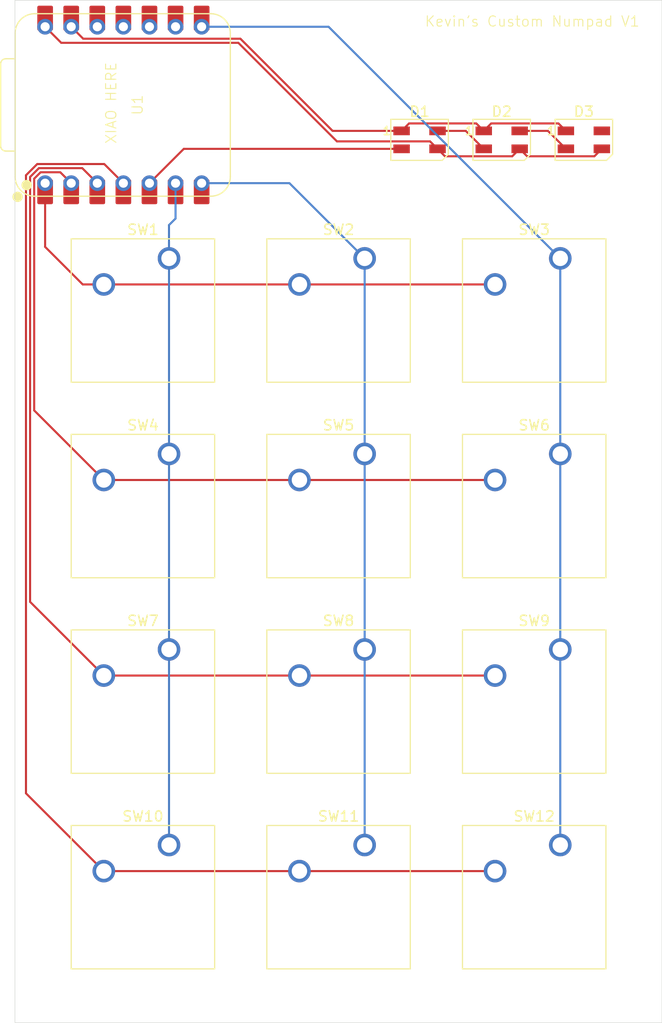
<source format=kicad_pcb>
(kicad_pcb (version 20241229) (generator "pcbnew") (generator_version "9.0")
  (layers (0 "F.Cu" signal) (2 "B.Cu" signal) (13 "F.Paste" user) (15 "B.Paste" user) (5 "F.SilkS" user "F.Silkscreen") (7 "B.SilkS" user "B.Silkscreen") (1 "F.Mask" user) (3 "B.Mask" user) (25 "Edge.Cuts" user))
  (net 0 "")
  (net 1 "Net-(D1-DOUT)")
  (net 2 "GND")
  (net 3 "Net-(D1-DIN)")
  (net 4 "+5V")
  (net 5 "Net-(D2-DOUT)")
  (net 7 "Net-(U1-GPIO26{slash}ADC0{slash}A0)")
  (net 8 "Net-(U1-GPIO7{slash}SCL)")
  (net 9 "Net-(U1-GPIO0{slash}TX)")
  (net 10 "Net-(U1-GPIO1{slash}RX)")
  (net 11 "Net-(U1-GPIO27{slash}ADC1{slash}A1)")
  (net 12 "Net-(U1-GPIO28{slash}ADC2{slash}A2)")
  (net 13 "Net-(U1-GPIO29{slash}ADC3{slash}A3)")
  (footprint "Button_Switch_Keyboard:SW_Cherry_MX_1.00u_PCB" (layer "F.Cu") (at 139.25 92.06)
    (property "Reference" "SW5" (at -2.54 -2.794 0) (layer "F.SilkS"))
    (property "Value" "SW_Push")
    (fp_line (start -9.525 -1.905) (end 4.445 -1.905) (stroke (width 0.12)) (layer "F.SilkS"))
    (fp_line (start -9.525 12.065) (end -9.525 -1.905) (stroke (width 0.12)) (layer "F.SilkS"))
    (fp_line (start 4.445 -1.905) (end 4.445 12.065) (stroke (width 0.12)) (layer "F.SilkS"))
    (fp_line (start 4.445 12.065) (end -9.525 12.065) (stroke (width 0.12)) (layer "F.SilkS"))
    (pad "" np_thru_hole circle (at -7.62 5.08) (size 1.7 1.7) (drill 1.7) (layers "*.Cu" "*.Mask"))
    (pad "" np_thru_hole circle (at -2.54 5.08) (size 4 4) (drill 4) (layers "*.Cu" "*.Mask"))
    (pad "" np_thru_hole circle (at 2.54 5.08) (size 1.7 1.7) (drill 1.7) (layers "*.Cu" "*.Mask"))
    (pad "1" thru_hole circle (at 0 0) (size 2.2 2.2) (drill 1.5) (layers "*.Cu" "*.Mask") (net 9 "Net-(U1-GPIO0{slash}TX)"))
    (pad "2" thru_hole circle (at -6.35 2.54) (size 2.2 2.2) (drill 1.5) (layers "*.Cu" "*.Mask") (net 11 "Net-(U1-GPIO27{slash}ADC1{slash}A1)"))
  )
  (footprint "Button_Switch_Keyboard:SW_Cherry_MX_1.00u_PCB" (layer "F.Cu") (at 139.25 73.01)
    (property "Reference" "SW2" (at -2.54 -2.794 0) (layer "F.SilkS"))
    (property "Value" "SW_Push")
    (fp_line (start -9.525 -1.905) (end 4.445 -1.905) (stroke (width 0.12)) (layer "F.SilkS"))
    (fp_line (start -9.525 12.065) (end -9.525 -1.905) (stroke (width 0.12)) (layer "F.SilkS"))
    (fp_line (start 4.445 -1.905) (end 4.445 12.065) (stroke (width 0.12)) (layer "F.SilkS"))
    (fp_line (start 4.445 12.065) (end -9.525 12.065) (stroke (width 0.12)) (layer "F.SilkS"))
    (pad "" np_thru_hole circle (at -7.62 5.08) (size 1.7 1.7) (drill 1.7) (layers "*.Cu" "*.Mask"))
    (pad "" np_thru_hole circle (at -2.54 5.08) (size 4 4) (drill 4) (layers "*.Cu" "*.Mask"))
    (pad "" np_thru_hole circle (at 2.54 5.08) (size 1.7 1.7) (drill 1.7) (layers "*.Cu" "*.Mask"))
    (pad "1" thru_hole circle (at 0 0) (size 2.2 2.2) (drill 1.5) (layers "*.Cu" "*.Mask") (net 9 "Net-(U1-GPIO0{slash}TX)"))
    (pad "2" thru_hole circle (at -6.35 2.54) (size 2.2 2.2) (drill 1.5) (layers "*.Cu" "*.Mask") (net 7 "Net-(U1-GPIO26{slash}ADC0{slash}A0)"))
  )
  (footprint "Button_Switch_Keyboard:SW_Cherry_MX_1.00u_PCB" (layer "F.Cu") (at 158.3 111.11)
    (property "Reference" "SW9" (at -2.54 -2.794 0) (layer "F.SilkS"))
    (property "Value" "SW_Push")
    (fp_line (start -9.525 -1.905) (end 4.445 -1.905) (stroke (width 0.12)) (layer "F.SilkS"))
    (fp_line (start -9.525 12.065) (end -9.525 -1.905) (stroke (width 0.12)) (layer "F.SilkS"))
    (fp_line (start 4.445 -1.905) (end 4.445 12.065) (stroke (width 0.12)) (layer "F.SilkS"))
    (fp_line (start 4.445 12.065) (end -9.525 12.065) (stroke (width 0.12)) (layer "F.SilkS"))
    (pad "" np_thru_hole circle (at -7.62 5.08) (size 1.7 1.7) (drill 1.7) (layers "*.Cu" "*.Mask"))
    (pad "" np_thru_hole circle (at -2.54 5.08) (size 4 4) (drill 4) (layers "*.Cu" "*.Mask"))
    (pad "" np_thru_hole circle (at 2.54 5.08) (size 1.7 1.7) (drill 1.7) (layers "*.Cu" "*.Mask"))
    (pad "1" thru_hole circle (at 0 0) (size 2.2 2.2) (drill 1.5) (layers "*.Cu" "*.Mask") (net 10 "Net-(U1-GPIO1{slash}RX)"))
    (pad "2" thru_hole circle (at -6.35 2.54) (size 2.2 2.2) (drill 1.5) (layers "*.Cu" "*.Mask") (net 12 "Net-(U1-GPIO28{slash}ADC2{slash}A2)"))
  )
  (footprint "Button_Switch_Keyboard:SW_Cherry_MX_1.00u_PCB" (layer "F.Cu") (at 158.3 92.06)
    (property "Reference" "SW6" (at -2.54 -2.794 0) (layer "F.SilkS"))
    (property "Value" "SW_Push")
    (fp_line (start -9.525 -1.905) (end 4.445 -1.905) (stroke (width 0.12)) (layer "F.SilkS"))
    (fp_line (start -9.525 12.065) (end -9.525 -1.905) (stroke (width 0.12)) (layer "F.SilkS"))
    (fp_line (start 4.445 -1.905) (end 4.445 12.065) (stroke (width 0.12)) (layer "F.SilkS"))
    (fp_line (start 4.445 12.065) (end -9.525 12.065) (stroke (width 0.12)) (layer "F.SilkS"))
    (pad "" np_thru_hole circle (at -7.62 5.08) (size 1.7 1.7) (drill 1.7) (layers "*.Cu" "*.Mask"))
    (pad "" np_thru_hole circle (at -2.54 5.08) (size 4 4) (drill 4) (layers "*.Cu" "*.Mask"))
    (pad "" np_thru_hole circle (at 2.54 5.08) (size 1.7 1.7) (drill 1.7) (layers "*.Cu" "*.Mask"))
    (pad "1" thru_hole circle (at 0 0) (size 2.2 2.2) (drill 1.5) (layers "*.Cu" "*.Mask") (net 10 "Net-(U1-GPIO1{slash}RX)"))
    (pad "2" thru_hole circle (at -6.35 2.54) (size 2.2 2.2) (drill 1.5) (layers "*.Cu" "*.Mask") (net 11 "Net-(U1-GPIO27{slash}ADC1{slash}A1)"))
  )
  (footprint "LED_SMD:LED_SK6812MINI_PLCC4_3.5x3.5mm_P1.75mm" (layer "F.Cu") (at 160.5975 61.465)
    (property "Reference" "D3" (at 0 -2.75 0) (layer "F.SilkS"))
    (property "Value" "SK6812")
    (fp_line (start -2.8 -2) (end -2.8 2) (stroke (width 0.12)) (layer "F.SilkS"))
    (fp_line (start -2.8 -2) (end 2.8 -2) (stroke (width 0.12)) (layer "F.SilkS"))
    (fp_line (start -2.8 2) (end 2.2 2) (stroke (width 0.12)) (layer "F.SilkS"))
    (fp_line (start 2.8 1.4) (end 2.2 2) (stroke (width 0.12)) (layer "F.SilkS"))
    (fp_line (start 2.8 1.4) (end 2.8 -2) (stroke (width 0.12)) (layer "F.SilkS"))
    (fp_text user "1" (at -3.2 -0.875 0) (layer "F.SilkS") (effects (font (size 0.8 0.8))))
    (pad "1" smd rect (at -1.75 -0.875) (size 1.6 0.85) (layers "F.Cu" "F.Mask" "F.Paste") (net 2 "GND"))
    (pad "2" smd rect (at -1.75 0.875) (size 1.6 0.85) (layers "F.Cu" "F.Mask" "F.Paste") (net 5 "Net-(D2-DOUT)"))
    (pad "3" smd rect (at 1.75 0.875) (size 1.6 0.85) (layers "F.Cu" "F.Mask" "F.Paste") (net 4 "+5V"))
    (pad "4" smd rect (at 1.75 -0.875) (size 1.6 0.85) (layers "F.Cu" "F.Mask" "F.Paste"))
  )
  (footprint "Button_Switch_Keyboard:SW_Cherry_MX_1.00u_PCB" (layer "F.Cu") (at 120.2 130.16)
    (property "Reference" "SW10" (at -2.54 -2.794 0) (layer "F.SilkS"))
    (property "Value" "SW_Push")
    (fp_line (start -9.525 -1.905) (end 4.445 -1.905) (stroke (width 0.12)) (layer "F.SilkS"))
    (fp_line (start -9.525 12.065) (end -9.525 -1.905) (stroke (width 0.12)) (layer "F.SilkS"))
    (fp_line (start 4.445 -1.905) (end 4.445 12.065) (stroke (width 0.12)) (layer "F.SilkS"))
    (fp_line (start 4.445 12.065) (end -9.525 12.065) (stroke (width 0.12)) (layer "F.SilkS"))
    (pad "" np_thru_hole circle (at -7.62 5.08) (size 1.7 1.7) (drill 1.7) (layers "*.Cu" "*.Mask"))
    (pad "" np_thru_hole circle (at -2.54 5.08) (size 4 4) (drill 4) (layers "*.Cu" "*.Mask"))
    (pad "" np_thru_hole circle (at 2.54 5.08) (size 1.7 1.7) (drill 1.7) (layers "*.Cu" "*.Mask"))
    (pad "1" thru_hole circle (at 0 0) (size 2.2 2.2) (drill 1.5) (layers "*.Cu" "*.Mask") (net 8 "Net-(U1-GPIO7{slash}SCL)"))
    (pad "2" thru_hole circle (at -6.35 2.54) (size 2.2 2.2) (drill 1.5) (layers "*.Cu" "*.Mask") (net 13 "Net-(U1-GPIO29{slash}ADC3{slash}A3)"))
  )
  (footprint "Button_Switch_Keyboard:SW_Cherry_MX_1.00u_PCB" (layer "F.Cu") (at 120.2 73.01)
    (property "Reference" "SW1" (at -2.54 -2.794 0) (layer "F.SilkS"))
    (property "Value" "SW_Push")
    (fp_line (start -9.525 -1.905) (end 4.445 -1.905) (stroke (width 0.12)) (layer "F.SilkS"))
    (fp_line (start -9.525 12.065) (end -9.525 -1.905) (stroke (width 0.12)) (layer "F.SilkS"))
    (fp_line (start 4.445 -1.905) (end 4.445 12.065) (stroke (width 0.12)) (layer "F.SilkS"))
    (fp_line (start 4.445 12.065) (end -9.525 12.065) (stroke (width 0.12)) (layer "F.SilkS"))
    (pad "" np_thru_hole circle (at -7.62 5.08) (size 1.7 1.7) (drill 1.7) (layers "*.Cu" "*.Mask"))
    (pad "" np_thru_hole circle (at -2.54 5.08) (size 4 4) (drill 4) (layers "*.Cu" "*.Mask"))
    (pad "" np_thru_hole circle (at 2.54 5.08) (size 1.7 1.7) (drill 1.7) (layers "*.Cu" "*.Mask"))
    (pad "1" thru_hole circle (at 0 0) (size 2.2 2.2) (drill 1.5) (layers "*.Cu" "*.Mask") (net 8 "Net-(U1-GPIO7{slash}SCL)"))
    (pad "2" thru_hole circle (at -6.35 2.54) (size 2.2 2.2) (drill 1.5) (layers "*.Cu" "*.Mask") (net 7 "Net-(U1-GPIO26{slash}ADC0{slash}A0)"))
  )
  (footprint "Button_Switch_Keyboard:SW_Cherry_MX_1.00u_PCB" (layer "F.Cu") (at 158.3 73.01)
    (property "Reference" "SW3" (at -2.54 -2.794 0) (layer "F.SilkS"))
    (property "Value" "SW_Push")
    (fp_line (start -9.525 -1.905) (end 4.445 -1.905) (stroke (width 0.12)) (layer "F.SilkS"))
    (fp_line (start -9.525 12.065) (end -9.525 -1.905) (stroke (width 0.12)) (layer "F.SilkS"))
    (fp_line (start 4.445 -1.905) (end 4.445 12.065) (stroke (width 0.12)) (layer "F.SilkS"))
    (fp_line (start 4.445 12.065) (end -9.525 12.065) (stroke (width 0.12)) (layer "F.SilkS"))
    (pad "" np_thru_hole circle (at -7.62 5.08) (size 1.7 1.7) (drill 1.7) (layers "*.Cu" "*.Mask"))
    (pad "" np_thru_hole circle (at -2.54 5.08) (size 4 4) (drill 4) (layers "*.Cu" "*.Mask"))
    (pad "" np_thru_hole circle (at 2.54 5.08) (size 1.7 1.7) (drill 1.7) (layers "*.Cu" "*.Mask"))
    (pad "1" thru_hole circle (at 0 0) (size 2.2 2.2) (drill 1.5) (layers "*.Cu" "*.Mask") (net 10 "Net-(U1-GPIO1{slash}RX)"))
    (pad "2" thru_hole circle (at -6.35 2.54) (size 2.2 2.2) (drill 1.5) (layers "*.Cu" "*.Mask") (net 7 "Net-(U1-GPIO26{slash}ADC0{slash}A0)"))
  )
  (footprint "Button_Switch_Keyboard:SW_Cherry_MX_1.00u_PCB" (layer "F.Cu") (at 120.2 92.06)
    (property "Reference" "SW4" (at -2.54 -2.794 0) (layer "F.SilkS"))
    (property "Value" "SW_Push")
    (fp_line (start -9.525 -1.905) (end 4.445 -1.905) (stroke (width 0.12)) (layer "F.SilkS"))
    (fp_line (start -9.525 12.065) (end -9.525 -1.905) (stroke (width 0.12)) (layer "F.SilkS"))
    (fp_line (start 4.445 -1.905) (end 4.445 12.065) (stroke (width 0.12)) (layer "F.SilkS"))
    (fp_line (start 4.445 12.065) (end -9.525 12.065) (stroke (width 0.12)) (layer "F.SilkS"))
    (pad "" np_thru_hole circle (at -7.62 5.08) (size 1.7 1.7) (drill 1.7) (layers "*.Cu" "*.Mask"))
    (pad "" np_thru_hole circle (at -2.54 5.08) (size 4 4) (drill 4) (layers "*.Cu" "*.Mask"))
    (pad "" np_thru_hole circle (at 2.54 5.08) (size 1.7 1.7) (drill 1.7) (layers "*.Cu" "*.Mask"))
    (pad "1" thru_hole circle (at 0 0) (size 2.2 2.2) (drill 1.5) (layers "*.Cu" "*.Mask") (net 8 "Net-(U1-GPIO7{slash}SCL)"))
    (pad "2" thru_hole circle (at -6.35 2.54) (size 2.2 2.2) (drill 1.5) (layers "*.Cu" "*.Mask") (net 11 "Net-(U1-GPIO27{slash}ADC1{slash}A1)"))
  )
  (footprint "LED_SMD:LED_SK6812MINI_PLCC4_3.5x3.5mm_P1.75mm" (layer "F.Cu") (at 152.5975 61.465)
    (property "Reference" "D2" (at 0 -2.75 0) (layer "F.SilkS"))
    (property "Value" "SK6812")
    (fp_line (start -2.8 -2) (end -2.8 2) (stroke (width 0.12)) (layer "F.SilkS"))
    (fp_line (start -2.8 -2) (end 2.8 -2) (stroke (width 0.12)) (layer "F.SilkS"))
    (fp_line (start -2.8 2) (end 2.2 2) (stroke (width 0.12)) (layer "F.SilkS"))
    (fp_line (start 2.8 1.4) (end 2.2 2) (stroke (width 0.12)) (layer "F.SilkS"))
    (fp_line (start 2.8 1.4) (end 2.8 -2) (stroke (width 0.12)) (layer "F.SilkS"))
    (fp_text user "1" (at -3.2 -0.875 0) (layer "F.SilkS") (effects (font (size 0.8 0.8))))
    (pad "1" smd rect (at -1.75 -0.875) (size 1.6 0.85) (layers "F.Cu" "F.Mask" "F.Paste") (net 2 "GND"))
    (pad "2" smd rect (at -1.75 0.875) (size 1.6 0.85) (layers "F.Cu" "F.Mask" "F.Paste") (net 1 "Net-(D1-DOUT)"))
    (pad "3" smd rect (at 1.75 0.875) (size 1.6 0.85) (layers "F.Cu" "F.Mask" "F.Paste") (net 4 "+5V"))
    (pad "4" smd rect (at 1.75 -0.875) (size 1.6 0.85) (layers "F.Cu" "F.Mask" "F.Paste") (net 5 "Net-(D2-DOUT)"))
  )
  (footprint "Button_Switch_Keyboard:SW_Cherry_MX_1.00u_PCB" (layer "F.Cu") (at 158.3 130.16)
    (property "Reference" "SW12" (at -2.54 -2.794 0) (layer "F.SilkS"))
    (property "Value" "SW_Push")
    (fp_line (start -9.525 -1.905) (end 4.445 -1.905) (stroke (width 0.12)) (layer "F.SilkS"))
    (fp_line (start -9.525 12.065) (end -9.525 -1.905) (stroke (width 0.12)) (layer "F.SilkS"))
    (fp_line (start 4.445 -1.905) (end 4.445 12.065) (stroke (width 0.12)) (layer "F.SilkS"))
    (fp_line (start 4.445 12.065) (end -9.525 12.065) (stroke (width 0.12)) (layer "F.SilkS"))
    (pad "" np_thru_hole circle (at -7.62 5.08) (size 1.7 1.7) (drill 1.7) (layers "*.Cu" "*.Mask"))
    (pad "" np_thru_hole circle (at -2.54 5.08) (size 4 4) (drill 4) (layers "*.Cu" "*.Mask"))
    (pad "" np_thru_hole circle (at 2.54 5.08) (size 1.7 1.7) (drill 1.7) (layers "*.Cu" "*.Mask"))
    (pad "1" thru_hole circle (at 0 0) (size 2.2 2.2) (drill 1.5) (layers "*.Cu" "*.Mask") (net 10 "Net-(U1-GPIO1{slash}RX)"))
    (pad "2" thru_hole circle (at -6.35 2.54) (size 2.2 2.2) (drill 1.5) (layers "*.Cu" "*.Mask") (net 13 "Net-(U1-GPIO29{slash}ADC3{slash}A3)"))
  )
  (footprint "LED_SMD:LED_SK6812MINI_PLCC4_3.5x3.5mm_P1.75mm" (layer "F.Cu") (at 144.5975 61.465)
    (property "Reference" "D1" (at 0 -2.75 0) (layer "F.SilkS"))
    (property "Value" "SK6812")
    (fp_line (start -2.8 -2) (end -2.8 2) (stroke (width 0.12)) (layer "F.SilkS"))
    (fp_line (start -2.8 -2) (end 2.8 -2) (stroke (width 0.12)) (layer "F.SilkS"))
    (fp_line (start -2.8 2) (end 2.2 2) (stroke (width 0.12)) (layer "F.SilkS"))
    (fp_line (start 2.8 1.4) (end 2.2 2) (stroke (width 0.12)) (layer "F.SilkS"))
    (fp_line (start 2.8 1.4) (end 2.8 -2) (stroke (width 0.12)) (layer "F.SilkS"))
    (fp_text user "1" (at -3.2 -0.875 0) (layer "F.SilkS") (effects (font (size 0.8 0.8))))
    (pad "1" smd rect (at -1.75 -0.875) (size 1.6 0.85) (layers "F.Cu" "F.Mask" "F.Paste") (net 2 "GND"))
    (pad "2" smd rect (at -1.75 0.875) (size 1.6 0.85) (layers "F.Cu" "F.Mask" "F.Paste") (net 3 "Net-(D1-DIN)"))
    (pad "3" smd rect (at 1.75 0.875) (size 1.6 0.85) (layers "F.Cu" "F.Mask" "F.Paste") (net 4 "+5V"))
    (pad "4" smd rect (at 1.75 -0.875) (size 1.6 0.85) (layers "F.Cu" "F.Mask" "F.Paste") (net 1 "Net-(D1-DOUT)"))
  )
  (footprint "Button_Switch_Keyboard:SW_Cherry_MX_1.00u_PCB" (layer "F.Cu") (at 139.25 130.16)
    (property "Reference" "SW11" (at -2.54 -2.794 0) (layer "F.SilkS"))
    (property "Value" "SW_Push")
    (fp_line (start -9.525 -1.905) (end 4.445 -1.905) (stroke (width 0.12)) (layer "F.SilkS"))
    (fp_line (start -9.525 12.065) (end -9.525 -1.905) (stroke (width 0.12)) (layer "F.SilkS"))
    (fp_line (start 4.445 -1.905) (end 4.445 12.065) (stroke (width 0.12)) (layer "F.SilkS"))
    (fp_line (start 4.445 12.065) (end -9.525 12.065) (stroke (width 0.12)) (layer "F.SilkS"))
    (pad "" np_thru_hole circle (at -7.62 5.08) (size 1.7 1.7) (drill 1.7) (layers "*.Cu" "*.Mask"))
    (pad "" np_thru_hole circle (at -2.54 5.08) (size 4 4) (drill 4) (layers "*.Cu" "*.Mask"))
    (pad "" np_thru_hole circle (at 2.54 5.08) (size 1.7 1.7) (drill 1.7) (layers "*.Cu" "*.Mask"))
    (pad "1" thru_hole circle (at 0 0) (size 2.2 2.2) (drill 1.5) (layers "*.Cu" "*.Mask") (net 9 "Net-(U1-GPIO0{slash}TX)"))
    (pad "2" thru_hole circle (at -6.35 2.54) (size 2.2 2.2) (drill 1.5) (layers "*.Cu" "*.Mask") (net 13 "Net-(U1-GPIO29{slash}ADC3{slash}A3)"))
  )
  (footprint "Button_Switch_Keyboard:SW_Cherry_MX_1.00u_PCB" (layer "F.Cu") (at 120.2 111.11)
    (property "Reference" "SW7" (at -2.54 -2.794 0) (layer "F.SilkS"))
    (property "Value" "SW_Push")
    (fp_line (start -9.525 -1.905) (end 4.445 -1.905) (stroke (width 0.12)) (layer "F.SilkS"))
    (fp_line (start -9.525 12.065) (end -9.525 -1.905) (stroke (width 0.12)) (layer "F.SilkS"))
    (fp_line (start 4.445 -1.905) (end 4.445 12.065) (stroke (width 0.12)) (layer "F.SilkS"))
    (fp_line (start 4.445 12.065) (end -9.525 12.065) (stroke (width 0.12)) (layer "F.SilkS"))
    (pad "" np_thru_hole circle (at -7.62 5.08) (size 1.7 1.7) (drill 1.7) (layers "*.Cu" "*.Mask"))
    (pad "" np_thru_hole circle (at -2.54 5.08) (size 4 4) (drill 4) (layers "*.Cu" "*.Mask"))
    (pad "" np_thru_hole circle (at 2.54 5.08) (size 1.7 1.7) (drill 1.7) (layers "*.Cu" "*.Mask"))
    (pad "1" thru_hole circle (at 0 0) (size 2.2 2.2) (drill 1.5) (layers "*.Cu" "*.Mask") (net 8 "Net-(U1-GPIO7{slash}SCL)"))
    (pad "2" thru_hole circle (at -6.35 2.54) (size 2.2 2.2) (drill 1.5) (layers "*.Cu" "*.Mask") (net 12 "Net-(U1-GPIO28{slash}ADC2{slash}A2)"))
  )
  (footprint "Button_Switch_Keyboard:SW_Cherry_MX_1.00u_PCB" (layer "F.Cu") (at 139.25 111.11)
    (property "Reference" "SW8" (at -2.54 -2.794 0) (layer "F.SilkS"))
    (property "Value" "SW_Push")
    (fp_line (start -9.525 -1.905) (end 4.445 -1.905) (stroke (width 0.12)) (layer "F.SilkS"))
    (fp_line (start -9.525 12.065) (end -9.525 -1.905) (stroke (width 0.12)) (layer "F.SilkS"))
    (fp_line (start 4.445 -1.905) (end 4.445 12.065) (stroke (width 0.12)) (layer "F.SilkS"))
    (fp_line (start 4.445 12.065) (end -9.525 12.065) (stroke (width 0.12)) (layer "F.SilkS"))
    (pad "" np_thru_hole circle (at -7.62 5.08) (size 1.7 1.7) (drill 1.7) (layers "*.Cu" "*.Mask"))
    (pad "" np_thru_hole circle (at -2.54 5.08) (size 4 4) (drill 4) (layers "*.Cu" "*.Mask"))
    (pad "" np_thru_hole circle (at 2.54 5.08) (size 1.7 1.7) (drill 1.7) (layers "*.Cu" "*.Mask"))
    (pad "1" thru_hole circle (at 0 0) (size 2.2 2.2) (drill 1.5) (layers "*.Cu" "*.Mask") (net 9 "Net-(U1-GPIO0{slash}TX)"))
    (pad "2" thru_hole circle (at -6.35 2.54) (size 2.2 2.2) (drill 1.5) (layers "*.Cu" "*.Mask") (net 12 "Net-(U1-GPIO28{slash}ADC2{slash}A2)"))
  )
  (footprint "OPL Lib:XIAO-RP2040-DIP" (layer "F.Cu") (at 115.755 58.065 90)
    (property "Reference" "U1" (at 0.001606 1.374304 90) (layer "F.SilkS") (effects (font (thickness 0.1016))))
    (property "Value" "XIAO-RP2040-DIP")
    (fp_line (start -3.991272 -11.951) (end 4.004 -11.951) (stroke (width 0.127)) (layer "F.SilkS"))
    (fp_line (start 4.504 -11.451) (end 4.504 -10.541) (stroke (width 0.127)) (layer "F.SilkS"))
    (fp_line (start 6.985 -10.541) (end -6.985 -10.541) (stroke (width 0.1)) (layer "F.SilkS"))
    (fp_line (start 6.985 -10.541) (end -6.985 -10.541) (stroke (width 0.127)) (layer "F.SilkS"))
    (fp_line (start -4.495 -10.541) (end -4.491272 -11.451272) (stroke (width 0.127)) (layer "F.SilkS"))
    (fp_line (start 8.89 8.509) (end 8.89 -8.636) (stroke (width 0.127)) (layer "F.SilkS"))
    (fp_line (start -8.89 8.509) (end -8.89 -8.636) (stroke (width 0.127)) (layer "F.SilkS"))
    (fp_line (start -6.985 10.414) (end 6.985 10.414) (stroke (width 0.127)) (layer "F.SilkS"))
    (fp_arc (start 4.004 -11.951) (mid 4.357553 -11.804553) (end 4.504 -11.451) (stroke (width 0.127)) (layer "F.SilkS"))
    (fp_arc (start -4.491272 -11.451272) (mid -4.344728 -11.80464) (end -3.991272 -11.951) (stroke (width 0.127)) (layer "F.SilkS"))
    (fp_arc (start 6.985 -10.541) (mid 8.332038 -9.983038) (end 8.89 -8.636) (stroke (width 0.127)) (layer "F.SilkS"))
    (fp_arc (start -8.89 -8.636) (mid -8.332038 -9.983038) (end -6.985 -10.541) (stroke (width 0.127)) (layer "F.SilkS"))
    (fp_arc (start 8.89 8.509) (mid 8.332038 9.856038) (end 6.985 10.414) (stroke (width 0.127)) (layer "F.SilkS"))
    (fp_arc (start -6.985 10.414) (mid -8.332038 9.856038) (end -8.89 8.509) (stroke (width 0.127)) (layer "F.SilkS"))
    (fp_circle (center -8.95 -10.3) (end -8.95 -10.554) (stroke (width 0.5)) (fill yes) (layer "F.SilkS"))
    (fp_circle (center -7.807 -9.42) (end -7.807 -9.674) (stroke (width 0.5)) (fill yes) (layer "F.SilkS"))
    (pad "1" smd roundrect (at -8.455 -7.62 270) (size 2.432 1.524) (layers "F.Cu" "F.Mask") (roundrect_rratio 0.1) (net 7 "Net-(U1-GPIO26{slash}ADC0{slash}A0)"))
    (pad "1" thru_hole circle (at -7.62 -7.62 270) (size 1.524 1.524) (drill 0.889) (layers "*.Cu" "*.Mask") (net 7 "Net-(U1-GPIO26{slash}ADC0{slash}A0)"))
    (pad "2" smd roundrect (at -8.455 -5.08 270) (size 2.432 1.524) (layers "F.Cu" "F.Mask") (roundrect_rratio 0.1) (net 11 "Net-(U1-GPIO27{slash}ADC1{slash}A1)"))
    (pad "2" thru_hole circle (at -7.62 -5.08 270) (size 1.524 1.524) (drill 0.889) (layers "*.Cu" "*.Mask") (net 11 "Net-(U1-GPIO27{slash}ADC1{slash}A1)"))
    (pad "3" smd roundrect (at -8.455 -2.54 270) (size 2.432 1.524) (layers "F.Cu" "F.Mask") (roundrect_rratio 0.1) (net 12 "Net-(U1-GPIO28{slash}ADC2{slash}A2)"))
    (pad "3" thru_hole circle (at -7.62 -2.54 270) (size 1.524 1.524) (drill 0.889) (layers "*.Cu" "*.Mask") (net 12 "Net-(U1-GPIO28{slash}ADC2{slash}A2)"))
    (pad "4" smd roundrect (at -8.455 0 270) (size 2.432 1.524) (layers "F.Cu" "F.Mask") (roundrect_rratio 0.1) (net 13 "Net-(U1-GPIO29{slash}ADC3{slash}A3)"))
    (pad "4" thru_hole circle (at -7.62 0 270) (size 1.524 1.524) (drill 0.889) (layers "*.Cu" "*.Mask") (net 13 "Net-(U1-GPIO29{slash}ADC3{slash}A3)"))
    (pad "5" smd roundrect (at -8.455 2.54 270) (size 2.432 1.524) (layers "F.Cu" "F.Mask") (roundrect_rratio 0.1) (net 3 "Net-(D1-DIN)"))
    (pad "5" thru_hole circle (at -7.62 2.54 270) (size 1.524 1.524) (drill 0.889) (layers "*.Cu" "*.Mask") (net 3 "Net-(D1-DIN)"))
    (pad "6" smd roundrect (at -8.455 5.08 270) (size 2.432 1.524) (layers "F.Cu" "F.Mask") (roundrect_rratio 0.1) (net 8 "Net-(U1-GPIO7{slash}SCL)"))
    (pad "6" thru_hole circle (at -7.62 5.08 270) (size 1.524 1.524) (drill 0.889) (layers "*.Cu" "*.Mask") (net 8 "Net-(U1-GPIO7{slash}SCL)"))
    (pad "7" smd roundrect (at -8.455 7.62 270) (size 2.432 1.524) (layers "F.Cu" "F.Mask") (roundrect_rratio 0.1) (net 9 "Net-(U1-GPIO0{slash}TX)"))
    (pad "7" thru_hole circle (at -7.62 7.62 270) (size 1.524 1.524) (drill 0.889) (layers "*.Cu" "*.Mask") (net 9 "Net-(U1-GPIO0{slash}TX)"))
    (pad "8" thru_hole circle (at 7.62 7.62 90) (size 1.524 1.524) (drill 0.889) (layers "*.Cu" "*.Mask") (net 10 "Net-(U1-GPIO1{slash}RX)"))
    (pad "8" smd roundrect (at 8.455 7.62 90) (size 2.432 1.524) (layers "F.Cu" "F.Mask") (roundrect_rratio 0.1) (net 10 "Net-(U1-GPIO1{slash}RX)"))
    (pad "9" thru_hole circle (at 7.62 5.08 90) (size 1.524 1.524) (drill 0.889) (layers "*.Cu" "*.Mask"))
    (pad "9" smd roundrect (at 8.455 5.08 90) (size 2.432 1.524) (layers "F.Cu" "F.Mask") (roundrect_rratio 0.1))
    (pad "10" thru_hole circle (at 7.62 2.54 90) (size 1.524 1.524) (drill 0.889) (layers "*.Cu" "*.Mask"))
    (pad "10" smd roundrect (at 8.455 2.54 90) (size 2.432 1.524) (layers "F.Cu" "F.Mask") (roundrect_rratio 0.1))
    (pad "11" thru_hole circle (at 7.62 0 90) (size 1.524 1.524) (drill 0.889) (layers "*.Cu" "*.Mask"))
    (pad "11" smd roundrect (at 8.455 0 90) (size 2.432 1.524) (layers "F.Cu" "F.Mask") (roundrect_rratio 0.1))
    (pad "12" thru_hole circle (at 7.62 -2.54 90) (size 1.524 1.524) (drill 0.889) (layers "*.Cu" "*.Mask"))
    (pad "12" smd roundrect (at 8.455 -2.54 90) (size 2.432 1.524) (layers "F.Cu" "F.Mask") (roundrect_rratio 0.1))
    (pad "13" thru_hole circle (at 7.62 -5.08 90) (size 1.524 1.524) (drill 0.889) (layers "*.Cu" "*.Mask") (net 2 "GND"))
    (pad "13" smd roundrect (at 8.455 -5.08 90) (size 2.432 1.524) (layers "F.Cu" "F.Mask") (roundrect_rratio 0.1) (net 2 "GND"))
    (pad "14" thru_hole circle (at 7.62 -7.62 90) (size 1.524 1.524) (drill 0.889) (layers "*.Cu" "*.Mask") (net 4 "+5V"))
    (pad "14" smd roundrect (at 8.455 -7.62 90) (size 2.432 1.524) (layers "F.Cu" "F.Mask") (roundrect_rratio 0.1) (net 4 "+5V"))
  )
  (gr_rect (start 105.1975 47.865) (end 168.1975 147.465) (stroke (width 0.05)) (fill no) (layer "Edge.Cuts"))
  (gr_text "Kevin's Custom Numpad V1" (at 145.05 50.51 0) (layer "F.SilkS") (effects (font (size 1 1) (thickness 0.1)) (justify left bottom)))
  (gr_text "XIAO HERE" (at 115.15 61.91 90) (layer "F.SilkS") (effects (font (size 1 1) (thickness 0.1)) (justify left bottom)))
  (segment (start 149.0975 60.59) (end 150.8475 62.34) (width 0.2) (layer "F.Cu") (net 1))
  (segment (start 146.3475 60.59) (end 149.0975 60.59) (width 0.2) (layer "F.Cu") (net 1))
  (segment (start 111.84 51.61) (end 110.675 50.445) (width 0.2) (layer "F.Cu") (net 2))
  (segment (start 142.8475 60.59) (end 143.5735 59.864) (width 0.2) (layer "F.Cu") (net 2))
  (segment (start 150.8475 60.59) (end 151.5735 59.864) (width 0.2) (layer "F.Cu") (net 2))
  (segment (start 136.13 60.59) (end 127.15 51.61) (width 0.2) (layer "F.Cu") (net 2))
  (segment (start 158.1215 59.864) (end 158.8475 60.59) (width 0.2) (layer "F.Cu") (net 2))
  (segment (start 150.1215 59.864) (end 150.8475 60.59) (width 0.2) (layer "F.Cu") (net 2))
  (segment (start 142.8475 60.59) (end 136.13 60.59) (width 0.2) (layer "F.Cu") (net 2))
  (segment (start 151.5735 59.864) (end 158.1215 59.864) (width 0.2) (layer "F.Cu") (net 2))
  (segment (start 143.5735 59.864) (end 150.1215 59.864) (width 0.2) (layer "F.Cu") (net 2))
  (segment (start 127.15 51.61) (end 111.84 51.61) (width 0.2) (layer "F.Cu") (net 2))
  (segment (start 118.295 65.685) (end 121.64 62.34) (width 0.2) (layer "F.Cu") (net 3))
  (segment (start 121.64 62.34) (end 142.8475 62.34) (width 0.2) (layer "F.Cu") (net 3))
  (segment (start 155.0735 63.066) (end 154.3475 62.34) (width 0.2) (layer "F.Cu") (net 4))
  (segment (start 147.0735 63.066) (end 146.3475 62.34) (width 0.2) (layer "F.Cu") (net 4))
  (segment (start 154.3475 62.34) (end 153.6215 63.066) (width 0.2) (layer "F.Cu") (net 4))
  (segment (start 109.7 52.01) (end 108.135 50.445) (width 0.2) (layer "F.Cu") (net 4))
  (segment (start 145.6215 61.614) (end 136.554 61.614) (width 0.2) (layer "F.Cu") (net 4))
  (segment (start 161.6215 63.066) (end 155.0735 63.066) (width 0.2) (layer "F.Cu") (net 4))
  (segment (start 146.3475 62.34) (end 145.6215 61.614) (width 0.2) (layer "F.Cu") (net 4))
  (segment (start 136.554 61.614) (end 126.95 52.01) (width 0.2) (layer "F.Cu") (net 4))
  (segment (start 126.95 52.01) (end 109.7 52.01) (width 0.2) (layer "F.Cu") (net 4))
  (segment (start 153.6215 63.066) (end 147.0735 63.066) (width 0.2) (layer "F.Cu") (net 4))
  (segment (start 162.3475 62.34) (end 161.6215 63.066) (width 0.2) (layer "F.Cu") (net 4))
  (segment (start 157.0975 60.59) (end 158.8475 62.34) (width 0.2) (layer "F.Cu") (net 5))
  (segment (start 154.3475 60.59) (end 157.0975 60.59) (width 0.2) (layer "F.Cu") (net 5))
  (segment (start 108.135 71.889816) (end 111.795184 75.55) (width 0.2) (layer "F.Cu") (net 7))
  (segment (start 108.135 65.685) (end 108.135 71.889816) (width 0.2) (layer "F.Cu") (net 7))
  (segment (start 132.9 75.55) (end 151.95 75.55) (width 0.2) (layer "F.Cu") (net 7))
  (segment (start 111.795184 75.55) (end 113.85 75.55) (width 0.2) (layer "F.Cu") (net 7))
  (segment (start 113.85 75.55) (end 132.9 75.55) (width 0.2) (layer "F.Cu") (net 7))
  (segment (start 120.835 69.1275) (end 120.1975 69.765) (width 0.2) (layer "B.Cu") (net 8))
  (segment (start 120.2 73.01) (end 120.2 92.06) (width 0.2) (layer "B.Cu") (net 8))
  (segment (start 120.835 65.685) (end 120.835 69.1275) (width 0.2) (layer "B.Cu") (net 8))
  (segment (start 120.1975 69.765) (end 120.1975 73.0075) (width 0.2) (layer "B.Cu") (net 8))
  (segment (start 120.2 92.06) (end 120.2 111.11) (width 0.2) (layer "B.Cu") (net 8))
  (segment (start 120.2 111.11) (end 120.2 130.16) (width 0.2) (layer "B.Cu") (net 8))
  (segment (start 120.1975 73.0075) (end 120.2 73.01) (width 0.2) (layer "B.Cu") (net 8))
  (segment (start 139.25 73.01) (end 139.25 92.06) (width 0.2) (layer "B.Cu") (net 9))
  (segment (start 131.925 65.685) (end 139.25 73.01) (width 0.2) (layer "B.Cu") (net 9))
  (segment (start 123.375 65.685) (end 131.925 65.685) (width 0.2) (layer "B.Cu") (net 9))
  (segment (start 139.25 92.06) (end 139.25 111.11) (width 0.2) (layer "B.Cu") (net 9))
  (segment (start 139.25 111.11) (end 139.25 130.16) (width 0.2) (layer "B.Cu") (net 9))
  (segment (start 123.375 50.445) (end 135.735 50.445) (width 0.2) (layer "B.Cu") (net 10))
  (segment (start 158.3 73.01) (end 158.3 92.06) (width 0.2) (layer "B.Cu") (net 10))
  (segment (start 158.3 92.06) (end 158.3 111.11) (width 0.2) (layer "B.Cu") (net 10))
  (segment (start 135.735 50.445) (end 158.3 73.01) (width 0.2) (layer "B.Cu") (net 10))
  (segment (start 158.3 111.11) (end 158.3 130.16) (width 0.2) (layer "B.Cu") (net 10))
  (segment (start 113.85 94.6) (end 132.9 94.6) (width 0.2) (layer "F.Cu") (net 11))
  (segment (start 107.072 65.24469) (end 107.072 87.822) (width 0.2) (layer "F.Cu") (net 11))
  (segment (start 109.612 64.622) (end 107.69469 64.622) (width 0.2) (layer "F.Cu") (net 11))
  (segment (start 110.675 65.685) (end 109.612 64.622) (width 0.2) (layer "F.Cu") (net 11))
  (segment (start 107.69469 64.622) (end 107.072 65.24469) (width 0.2) (layer "F.Cu") (net 11))
  (segment (start 107.072 87.822) (end 113.85 94.6) (width 0.2) (layer "F.Cu") (net 11))
  (segment (start 132.9 94.6) (end 151.95 94.6) (width 0.2) (layer "F.Cu") (net 11))
  (segment (start 113.215 65.685) (end 111.751 64.221) (width 0.2) (layer "F.Cu") (net 12))
  (segment (start 107.52859 64.221) (end 106.671 65.07859) (width 0.2) (layer "F.Cu") (net 12))
  (segment (start 111.751 64.221) (end 107.52859 64.221) (width 0.2) (layer "F.Cu") (net 12))
  (segment (start 106.671 65.07859) (end 106.671 106.471) (width 0.2) (layer "F.Cu") (net 12))
  (segment (start 106.671 106.471) (end 113.85 113.65) (width 0.2) (layer "F.Cu") (net 12))
  (segment (start 132.9 113.65) (end 151.95 113.65) (width 0.2) (layer "F.Cu") (net 12))
  (segment (start 113.85 113.65) (end 132.9 113.65) (width 0.2) (layer "F.Cu") (net 12))
  (segment (start 113.85 132.7) (end 132.9 132.7) (width 0.2) (layer "F.Cu") (net 13))
  (segment (start 106.27 64.91249) (end 106.27 125.12) (width 0.2) (layer "F.Cu") (net 13))
  (segment (start 132.9 132.7) (end 151.95 132.7) (width 0.2) (layer "F.Cu") (net 13))
  (segment (start 107.36249 63.82) (end 106.27 64.91249) (width 0.2) (layer "F.Cu") (net 13))
  (segment (start 106.27 125.12) (end 113.85 132.7) (width 0.2) (layer "F.Cu") (net 13))
  (segment (start 115.755 65.685) (end 113.89 63.82) (width 0.2) (layer "F.Cu") (net 13))
  (segment (start 113.89 63.82) (end 107.36249 63.82) (width 0.2) (layer "F.Cu") (net 13))
)
</source>
